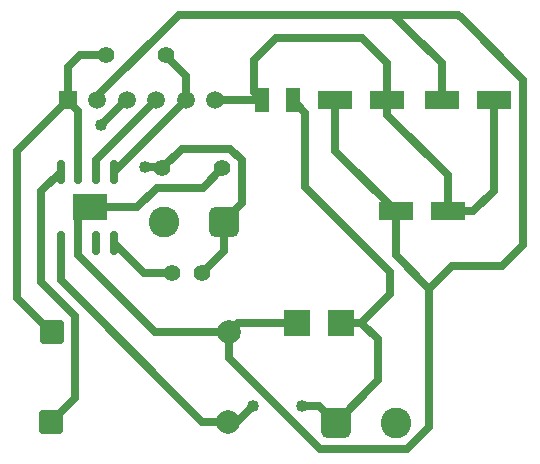
<source format=gbr>
%TF.GenerationSoftware,KiCad,Pcbnew,9.0.4*%
%TF.CreationDate,2026-02-08T14:40:35-05:00*%
%TF.ProjectId,BurnWire,4275726e-5769-4726-952e-6b696361645f,rev?*%
%TF.SameCoordinates,Original*%
%TF.FileFunction,Copper,L1,Top*%
%TF.FilePolarity,Positive*%
%FSLAX46Y46*%
G04 Gerber Fmt 4.6, Leading zero omitted, Abs format (unit mm)*
G04 Created by KiCad (PCBNEW 9.0.4) date 2026-02-08 14:40:35*
%MOMM*%
%LPD*%
G01*
G04 APERTURE LIST*
G04 Aperture macros list*
%AMRoundRect*
0 Rectangle with rounded corners*
0 $1 Rounding radius*
0 $2 $3 $4 $5 $6 $7 $8 $9 X,Y pos of 4 corners*
0 Add a 4 corners polygon primitive as box body*
4,1,4,$2,$3,$4,$5,$6,$7,$8,$9,$2,$3,0*
0 Add four circle primitives for the rounded corners*
1,1,$1+$1,$2,$3*
1,1,$1+$1,$4,$5*
1,1,$1+$1,$6,$7*
1,1,$1+$1,$8,$9*
0 Add four rect primitives between the rounded corners*
20,1,$1+$1,$2,$3,$4,$5,0*
20,1,$1+$1,$4,$5,$6,$7,0*
20,1,$1+$1,$6,$7,$8,$9,0*
20,1,$1+$1,$8,$9,$2,$3,0*%
G04 Aperture macros list end*
%TA.AperFunction,SMDPad,CuDef*%
%ADD10R,1.193800X2.006600*%
%TD*%
%TA.AperFunction,ComponentPad*%
%ADD11R,1.508000X1.508000*%
%TD*%
%TA.AperFunction,ComponentPad*%
%ADD12C,1.508000*%
%TD*%
%TA.AperFunction,ComponentPad*%
%ADD13RoundRect,0.650000X-0.650000X-0.650000X0.650000X-0.650000X0.650000X0.650000X-0.650000X0.650000X0*%
%TD*%
%TA.AperFunction,ComponentPad*%
%ADD14C,2.600000*%
%TD*%
%TA.AperFunction,SMDPad,CuDef*%
%ADD15RoundRect,0.150000X-0.150000X0.825000X-0.150000X-0.825000X0.150000X-0.825000X0.150000X0.825000X0*%
%TD*%
%TA.AperFunction,HeatsinkPad*%
%ADD16R,3.000000X2.290000*%
%TD*%
%TA.AperFunction,ComponentPad*%
%ADD17C,1.400000*%
%TD*%
%TA.AperFunction,SMDPad,CuDef*%
%ADD18R,3.000000X1.600000*%
%TD*%
%TA.AperFunction,SMDPad,CuDef*%
%ADD19R,2.184400X2.209800*%
%TD*%
%TA.AperFunction,ComponentPad*%
%ADD20RoundRect,0.250000X-0.750000X-0.750000X0.750000X-0.750000X0.750000X0.750000X-0.750000X0.750000X0*%
%TD*%
%TA.AperFunction,ComponentPad*%
%ADD21C,2.000000*%
%TD*%
%TA.AperFunction,ComponentPad*%
%ADD22RoundRect,0.650000X0.650000X0.650000X-0.650000X0.650000X-0.650000X-0.650000X0.650000X-0.650000X0*%
%TD*%
%TA.AperFunction,ViaPad*%
%ADD23C,1.016000*%
%TD*%
%TA.AperFunction,Conductor*%
%ADD24C,0.635000*%
%TD*%
G04 APERTURE END LIST*
D10*
%TO.P,L1,1,1*%
%TO.N,/Vout*%
X152354600Y-79200000D03*
%TO.P,L1,2,2*%
%TO.N,Net-(U1-SW)*%
X154945400Y-79200000D03*
%TD*%
D11*
%TO.P,J1,1,1*%
%TO.N,/VBatt*%
X135900000Y-79200000D03*
D12*
%TO.P,J1,2,2*%
%TO.N,GND*%
X138400000Y-79200000D03*
%TO.P,J1,3,3*%
%TO.N,/VCutN*%
X140900000Y-79200000D03*
%TO.P,J1,4,4*%
%TO.N,/EN*%
X143400000Y-79200000D03*
%TO.P,J1,5,5*%
%TO.N,Net-(U1-PGOOD)*%
X145900000Y-79200000D03*
%TO.P,J1,6,6*%
%TO.N,/Vout*%
X148400000Y-79200000D03*
%TD*%
D13*
%TO.P,TP1,1,1*%
%TO.N,Net-(U1-SW)*%
X158570000Y-106500000D03*
D14*
%TO.P,TP1,2*%
%TO.N,N/C*%
X163650000Y-106500000D03*
%TD*%
D15*
%TO.P,U1,1,BST*%
%TO.N,Net-(U1-BST)*%
X135300000Y-85270000D03*
%TO.P,U1,2,Vin*%
%TO.N,/VBatt*%
X136800000Y-85295000D03*
%TO.P,U1,3,EN*%
%TO.N,/EN*%
X138300000Y-85270000D03*
%TO.P,U1,4,PGOOD*%
%TO.N,Net-(U1-PGOOD)*%
X139800000Y-85270000D03*
%TO.P,U1,5,FB*%
%TO.N,Net-(U1-FB)*%
X139800000Y-91270000D03*
%TO.P,U1,6,NC*%
%TO.N,unconnected-(U1-NC-Pad6)*%
X138300000Y-91270000D03*
%TO.P,U1,7,GND*%
%TO.N,GND*%
X136800000Y-91270000D03*
%TO.P,U1,8,SW*%
%TO.N,Net-(U1-SW)*%
X135300000Y-91270000D03*
D16*
%TO.P,U1,9,PADGND*%
%TO.N,GND*%
X137800000Y-88270000D03*
%TD*%
D17*
%TO.P,R3,1*%
%TO.N,/VBatt*%
X139110000Y-75400000D03*
%TO.P,R3,2*%
%TO.N,Net-(U1-PGOOD)*%
X144190000Y-75400000D03*
%TD*%
D18*
%TO.P,C5,1*%
%TO.N,/Vout*%
X168050000Y-88600000D03*
%TO.P,C5,2*%
%TO.N,GND*%
X163650000Y-88600000D03*
%TD*%
%TO.P,C4,1*%
%TO.N,/Vout*%
X171950000Y-79150000D03*
%TO.P,C4,2*%
%TO.N,GND*%
X167550000Y-79150000D03*
%TD*%
D17*
%TO.P,R1,1*%
%TO.N,Net-(U1-FB)*%
X144700000Y-93800000D03*
%TO.P,R1,2*%
%TO.N,/VCutN*%
X147240000Y-93800000D03*
%TD*%
%TO.P,R2,1*%
%TO.N,/VCutN*%
X143910000Y-84950000D03*
%TO.P,R2,2*%
%TO.N,GND*%
X148990000Y-84950000D03*
%TD*%
D19*
%TO.P,CR1,1*%
%TO.N,Net-(U1-SW)*%
X159054200Y-98050000D03*
%TO.P,CR1,2*%
%TO.N,GND*%
X155345800Y-98050000D03*
%TD*%
D20*
%TO.P,C2,1*%
%TO.N,/VBatt*%
X134550000Y-98792500D03*
D21*
%TO.P,C2,2*%
%TO.N,GND*%
X149550000Y-98792500D03*
%TD*%
D18*
%TO.P,C3,1*%
%TO.N,/Vout*%
X162950000Y-79150000D03*
%TO.P,C3,2*%
%TO.N,GND*%
X158550000Y-79150000D03*
%TD*%
D22*
%TO.P,TP2,1,1*%
%TO.N,/VCutN*%
X149090000Y-89500000D03*
D14*
%TO.P,TP2,2*%
%TO.N,N/C*%
X144010000Y-89500000D03*
%TD*%
D20*
%TO.P,C1,1*%
%TO.N,Net-(U1-BST)*%
X134450000Y-106442500D03*
D21*
%TO.P,C1,2*%
%TO.N,Net-(U1-SW)*%
X149450000Y-106442500D03*
%TD*%
D23*
%TO.N,Net-(U1-SW)*%
X151543424Y-105106576D03*
X155700000Y-105100000D03*
%TO.N,/VCutN*%
X138750000Y-81300000D03*
X142400000Y-84900000D03*
%TD*%
D24*
%TO.N,/VBatt*%
X135900000Y-79200000D02*
X131568500Y-83531500D01*
X134442500Y-98792500D02*
X134550000Y-98792500D01*
X131568500Y-83531500D02*
X131568500Y-95918500D01*
X131568500Y-95918500D02*
X134442500Y-98792500D01*
%TO.N,/Vout*%
X152354600Y-79200000D02*
X151680500Y-78525900D01*
X151680500Y-78525900D02*
X151680500Y-75769500D01*
X151680500Y-75769500D02*
X153500000Y-73950000D01*
X153500000Y-73950000D02*
X160850000Y-73950000D01*
X160850000Y-73950000D02*
X162950000Y-76050000D01*
X162950000Y-76050000D02*
X162950000Y-79150000D01*
%TO.N,GND*%
X163100000Y-71950000D02*
X163450000Y-71950000D01*
X169253500Y-72246500D02*
X174481500Y-77474500D01*
X163100000Y-71950000D02*
X168957000Y-71950000D01*
X168957000Y-71950000D02*
X169253500Y-72246500D01*
X174481500Y-77474500D02*
X174481500Y-91468500D01*
X174481500Y-91468500D02*
X172700000Y-93250000D01*
X172700000Y-93250000D02*
X168450000Y-93250000D01*
X168450000Y-93250000D02*
X166500000Y-95200000D01*
X138400000Y-79200000D02*
X138400000Y-78851597D01*
X138400000Y-78851597D02*
X145301597Y-71950000D01*
X145301597Y-71950000D02*
X163100000Y-71950000D01*
X163450000Y-71950000D02*
X164900000Y-73400000D01*
%TO.N,/Vout*%
X171950000Y-86900000D02*
X171950000Y-79150000D01*
X162950000Y-79150000D02*
X162950000Y-80450000D01*
X168050000Y-85550000D02*
X168050000Y-88600000D01*
X162950000Y-80450000D02*
X168050000Y-85550000D01*
%TO.N,/VCutN*%
X143860000Y-84900000D02*
X143910000Y-84950000D01*
X142400000Y-84900000D02*
X143860000Y-84900000D01*
%TO.N,Net-(U1-SW)*%
X157170000Y-105100000D02*
X158570000Y-106500000D01*
X135300000Y-91270000D02*
X135300000Y-94452534D01*
X135300000Y-94452534D02*
X147289966Y-106442500D01*
X155700000Y-105100000D02*
X157170000Y-105100000D01*
X162150000Y-102920000D02*
X162150000Y-99450000D01*
X160750000Y-98050000D02*
X159054200Y-98050000D01*
X150207500Y-106442500D02*
X151543424Y-105106576D01*
X149450000Y-106442500D02*
X150207500Y-106442500D01*
X147289966Y-106442500D02*
X149450000Y-106442500D01*
X162150000Y-99450000D02*
X160750000Y-98050000D01*
X158570000Y-106500000D02*
X162150000Y-102920000D01*
%TO.N,Net-(U1-BST)*%
X133671000Y-86899000D02*
X133671000Y-94621000D01*
X136503500Y-104389000D02*
X134450000Y-106442500D01*
X136503500Y-97453500D02*
X136503500Y-104389000D01*
X135300000Y-85270000D02*
X133671000Y-86899000D01*
X133671000Y-94621000D02*
X136503500Y-97453500D01*
%TO.N,GND*%
X136800000Y-91270000D02*
X136800000Y-92309742D01*
X147336500Y-86603500D02*
X148990000Y-84950000D01*
X143282758Y-98792500D02*
X149550000Y-98792500D01*
X157255808Y-108753500D02*
X149550000Y-101047692D01*
X136800000Y-92309742D02*
X143282758Y-98792500D01*
X166500000Y-106836931D02*
X166500000Y-95200000D01*
X136800000Y-91270000D02*
X136800000Y-89270000D01*
X158550000Y-83500000D02*
X163650000Y-88600000D01*
X163000000Y-88600000D02*
X163650000Y-88600000D01*
X164583431Y-108753500D02*
X157255808Y-108753500D01*
X136800000Y-89270000D02*
X137800000Y-88270000D01*
X158550000Y-79150000D02*
X158550000Y-83500000D01*
X150350000Y-98050000D02*
X155345800Y-98050000D01*
X149607500Y-98792500D02*
X150350000Y-98050000D01*
X167550000Y-76050000D02*
X167550000Y-79150000D01*
X143446500Y-86603500D02*
X147336500Y-86603500D01*
X164900000Y-73400000D02*
X167550000Y-76050000D01*
X155338300Y-98042500D02*
X155345800Y-98050000D01*
X141780000Y-88270000D02*
X143446500Y-86603500D01*
X166500000Y-95200000D02*
X163650000Y-92350000D01*
X149550000Y-98792500D02*
X149607500Y-98792500D01*
X164583431Y-108753500D02*
X166500000Y-106836931D01*
X149550000Y-101047692D02*
X149550000Y-98792500D01*
X137800000Y-88270000D02*
X141780000Y-88270000D01*
X163650000Y-92350000D02*
X163650000Y-88600000D01*
%TO.N,/VBatt*%
X136800000Y-80100000D02*
X136800000Y-85295000D01*
X139110000Y-75400000D02*
X136900000Y-75400000D01*
X135900000Y-79200000D02*
X136800000Y-80100000D01*
X135900000Y-76400000D02*
X135900000Y-79200000D01*
X136900000Y-75400000D02*
X135900000Y-76400000D01*
%TO.N,/Vout*%
X148400000Y-79200000D02*
X152354600Y-79200000D01*
X170250000Y-88600000D02*
X171950000Y-86900000D01*
X168050000Y-88600000D02*
X170250000Y-88600000D01*
%TO.N,/EN*%
X143400000Y-79200000D02*
X143330258Y-79200000D01*
X138300000Y-84230258D02*
X138300000Y-85270000D01*
X143330258Y-79200000D02*
X138300000Y-84230258D01*
%TO.N,Net-(U1-PGOOD)*%
X139830000Y-85270000D02*
X139800000Y-85270000D01*
X145900000Y-79200000D02*
X139830000Y-85270000D01*
X145900000Y-77150000D02*
X145900000Y-79200000D01*
X144190000Y-75400000D02*
X144190000Y-75440000D01*
X144190000Y-75440000D02*
X145900000Y-77150000D01*
%TO.N,/VCutN*%
X149090000Y-91950000D02*
X147240000Y-93800000D01*
X140850000Y-79200000D02*
X138750000Y-81300000D01*
X150643500Y-84265097D02*
X150643500Y-87946500D01*
X140900000Y-79200000D02*
X140850000Y-79200000D01*
X149090000Y-89500000D02*
X149090000Y-91950000D01*
X143910000Y-84950000D02*
X145563500Y-83296500D01*
X150643500Y-87946500D02*
X149090000Y-89500000D01*
X149674903Y-83296500D02*
X150643500Y-84265097D01*
X145563500Y-83296500D02*
X149674903Y-83296500D01*
%TO.N,Net-(U1-FB)*%
X144700000Y-93800000D02*
X142330000Y-93800000D01*
X142330000Y-93800000D02*
X139800000Y-91270000D01*
%TO.N,Net-(U1-SW)*%
X154945400Y-79200000D02*
X156000000Y-80254600D01*
X156000000Y-86550000D02*
X163200000Y-93750000D01*
X156000000Y-80254600D02*
X156000000Y-86550000D01*
X163200000Y-95600000D02*
X160750000Y-98050000D01*
X163200000Y-93750000D02*
X163200000Y-95600000D01*
%TD*%
M02*

</source>
